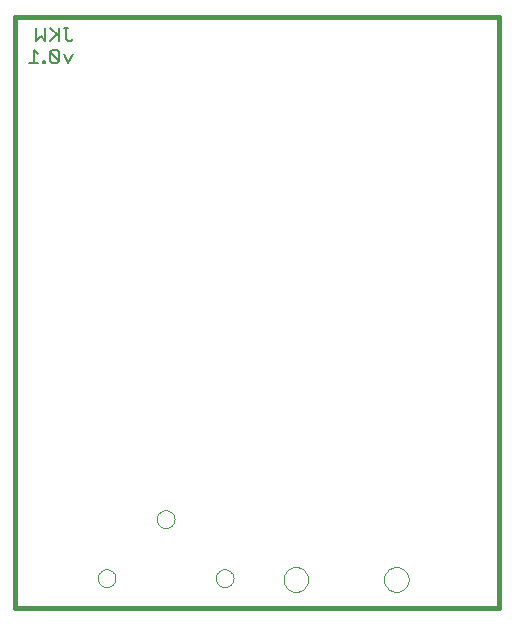
<source format=gbo>
G75*
%MOIN*%
%OFA0B0*%
%FSLAX24Y24*%
%IPPOS*%
%LPD*%
%AMOC8*
5,1,8,0,0,1.08239X$1,22.5*
%
%ADD10C,0.0160*%
%ADD11C,0.0060*%
%ADD12C,0.0000*%
D10*
X003629Y003256D02*
X019770Y003256D01*
X019770Y022941D01*
X003629Y022941D01*
X003629Y003256D01*
D11*
X004124Y021406D02*
X004418Y021406D01*
X004271Y021406D02*
X004271Y021846D01*
X004418Y021699D01*
X004575Y021479D02*
X004575Y021406D01*
X004648Y021406D01*
X004648Y021479D01*
X004575Y021479D01*
X004815Y021479D02*
X004888Y021406D01*
X005035Y021406D01*
X005109Y021479D01*
X004815Y021773D01*
X004815Y021479D01*
X005109Y021479D02*
X005109Y021773D01*
X005035Y021846D01*
X004888Y021846D01*
X004815Y021773D01*
X004815Y022156D02*
X005035Y022376D01*
X005109Y022303D02*
X004815Y022596D01*
X004648Y022596D02*
X004648Y022156D01*
X004501Y022303D01*
X004355Y022156D01*
X004355Y022596D01*
X005109Y022596D02*
X005109Y022156D01*
X005349Y022229D02*
X005349Y022596D01*
X005422Y022596D02*
X005275Y022596D01*
X005349Y022229D02*
X005422Y022156D01*
X005496Y022156D01*
X005569Y022229D01*
X005569Y021699D02*
X005422Y021406D01*
X005275Y021699D01*
D12*
X008368Y006207D02*
X008370Y006241D01*
X008376Y006275D01*
X008386Y006308D01*
X008399Y006339D01*
X008417Y006369D01*
X008437Y006397D01*
X008461Y006422D01*
X008487Y006444D01*
X008515Y006462D01*
X008546Y006478D01*
X008578Y006490D01*
X008612Y006498D01*
X008646Y006502D01*
X008680Y006502D01*
X008714Y006498D01*
X008748Y006490D01*
X008780Y006478D01*
X008810Y006462D01*
X008839Y006444D01*
X008865Y006422D01*
X008889Y006397D01*
X008909Y006369D01*
X008927Y006339D01*
X008940Y006308D01*
X008950Y006275D01*
X008956Y006241D01*
X008958Y006207D01*
X008956Y006173D01*
X008950Y006139D01*
X008940Y006106D01*
X008927Y006075D01*
X008909Y006045D01*
X008889Y006017D01*
X008865Y005992D01*
X008839Y005970D01*
X008811Y005952D01*
X008780Y005936D01*
X008748Y005924D01*
X008714Y005916D01*
X008680Y005912D01*
X008646Y005912D01*
X008612Y005916D01*
X008578Y005924D01*
X008546Y005936D01*
X008515Y005952D01*
X008487Y005970D01*
X008461Y005992D01*
X008437Y006017D01*
X008417Y006045D01*
X008399Y006075D01*
X008386Y006106D01*
X008376Y006139D01*
X008370Y006173D01*
X008368Y006207D01*
X006399Y004239D02*
X006401Y004273D01*
X006407Y004307D01*
X006417Y004340D01*
X006430Y004371D01*
X006448Y004401D01*
X006468Y004429D01*
X006492Y004454D01*
X006518Y004476D01*
X006546Y004494D01*
X006577Y004510D01*
X006609Y004522D01*
X006643Y004530D01*
X006677Y004534D01*
X006711Y004534D01*
X006745Y004530D01*
X006779Y004522D01*
X006811Y004510D01*
X006841Y004494D01*
X006870Y004476D01*
X006896Y004454D01*
X006920Y004429D01*
X006940Y004401D01*
X006958Y004371D01*
X006971Y004340D01*
X006981Y004307D01*
X006987Y004273D01*
X006989Y004239D01*
X006987Y004205D01*
X006981Y004171D01*
X006971Y004138D01*
X006958Y004107D01*
X006940Y004077D01*
X006920Y004049D01*
X006896Y004024D01*
X006870Y004002D01*
X006842Y003984D01*
X006811Y003968D01*
X006779Y003956D01*
X006745Y003948D01*
X006711Y003944D01*
X006677Y003944D01*
X006643Y003948D01*
X006609Y003956D01*
X006577Y003968D01*
X006546Y003984D01*
X006518Y004002D01*
X006492Y004024D01*
X006468Y004049D01*
X006448Y004077D01*
X006430Y004107D01*
X006417Y004138D01*
X006407Y004171D01*
X006401Y004205D01*
X006399Y004239D01*
X010336Y004239D02*
X010338Y004273D01*
X010344Y004307D01*
X010354Y004340D01*
X010367Y004371D01*
X010385Y004401D01*
X010405Y004429D01*
X010429Y004454D01*
X010455Y004476D01*
X010483Y004494D01*
X010514Y004510D01*
X010546Y004522D01*
X010580Y004530D01*
X010614Y004534D01*
X010648Y004534D01*
X010682Y004530D01*
X010716Y004522D01*
X010748Y004510D01*
X010778Y004494D01*
X010807Y004476D01*
X010833Y004454D01*
X010857Y004429D01*
X010877Y004401D01*
X010895Y004371D01*
X010908Y004340D01*
X010918Y004307D01*
X010924Y004273D01*
X010926Y004239D01*
X010924Y004205D01*
X010918Y004171D01*
X010908Y004138D01*
X010895Y004107D01*
X010877Y004077D01*
X010857Y004049D01*
X010833Y004024D01*
X010807Y004002D01*
X010779Y003984D01*
X010748Y003968D01*
X010716Y003956D01*
X010682Y003948D01*
X010648Y003944D01*
X010614Y003944D01*
X010580Y003948D01*
X010546Y003956D01*
X010514Y003968D01*
X010483Y003984D01*
X010455Y004002D01*
X010429Y004024D01*
X010405Y004049D01*
X010385Y004077D01*
X010367Y004107D01*
X010354Y004138D01*
X010344Y004171D01*
X010338Y004205D01*
X010336Y004239D01*
X012592Y004195D02*
X012594Y004235D01*
X012600Y004276D01*
X012610Y004315D01*
X012623Y004353D01*
X012641Y004390D01*
X012662Y004424D01*
X012686Y004457D01*
X012713Y004487D01*
X012743Y004514D01*
X012776Y004538D01*
X012810Y004559D01*
X012847Y004577D01*
X012885Y004590D01*
X012924Y004600D01*
X012965Y004606D01*
X013005Y004608D01*
X013045Y004606D01*
X013086Y004600D01*
X013125Y004590D01*
X013163Y004577D01*
X013200Y004559D01*
X013234Y004538D01*
X013267Y004514D01*
X013297Y004487D01*
X013324Y004457D01*
X013348Y004424D01*
X013369Y004390D01*
X013387Y004353D01*
X013400Y004315D01*
X013410Y004276D01*
X013416Y004235D01*
X013418Y004195D01*
X013416Y004155D01*
X013410Y004114D01*
X013400Y004075D01*
X013387Y004037D01*
X013369Y004000D01*
X013348Y003966D01*
X013324Y003933D01*
X013297Y003903D01*
X013267Y003876D01*
X013234Y003852D01*
X013200Y003831D01*
X013163Y003813D01*
X013125Y003800D01*
X013086Y003790D01*
X013045Y003784D01*
X013005Y003782D01*
X012965Y003784D01*
X012924Y003790D01*
X012885Y003800D01*
X012847Y003813D01*
X012810Y003831D01*
X012776Y003852D01*
X012743Y003876D01*
X012713Y003903D01*
X012686Y003933D01*
X012662Y003966D01*
X012641Y004000D01*
X012623Y004037D01*
X012610Y004075D01*
X012600Y004114D01*
X012594Y004155D01*
X012592Y004195D01*
X015939Y004195D02*
X015941Y004235D01*
X015947Y004276D01*
X015957Y004315D01*
X015970Y004353D01*
X015988Y004390D01*
X016009Y004424D01*
X016033Y004457D01*
X016060Y004487D01*
X016090Y004514D01*
X016123Y004538D01*
X016157Y004559D01*
X016194Y004577D01*
X016232Y004590D01*
X016271Y004600D01*
X016312Y004606D01*
X016352Y004608D01*
X016392Y004606D01*
X016433Y004600D01*
X016472Y004590D01*
X016510Y004577D01*
X016547Y004559D01*
X016581Y004538D01*
X016614Y004514D01*
X016644Y004487D01*
X016671Y004457D01*
X016695Y004424D01*
X016716Y004390D01*
X016734Y004353D01*
X016747Y004315D01*
X016757Y004276D01*
X016763Y004235D01*
X016765Y004195D01*
X016763Y004155D01*
X016757Y004114D01*
X016747Y004075D01*
X016734Y004037D01*
X016716Y004000D01*
X016695Y003966D01*
X016671Y003933D01*
X016644Y003903D01*
X016614Y003876D01*
X016581Y003852D01*
X016547Y003831D01*
X016510Y003813D01*
X016472Y003800D01*
X016433Y003790D01*
X016392Y003784D01*
X016352Y003782D01*
X016312Y003784D01*
X016271Y003790D01*
X016232Y003800D01*
X016194Y003813D01*
X016157Y003831D01*
X016123Y003852D01*
X016090Y003876D01*
X016060Y003903D01*
X016033Y003933D01*
X016009Y003966D01*
X015988Y004000D01*
X015970Y004037D01*
X015957Y004075D01*
X015947Y004114D01*
X015941Y004155D01*
X015939Y004195D01*
M02*

</source>
